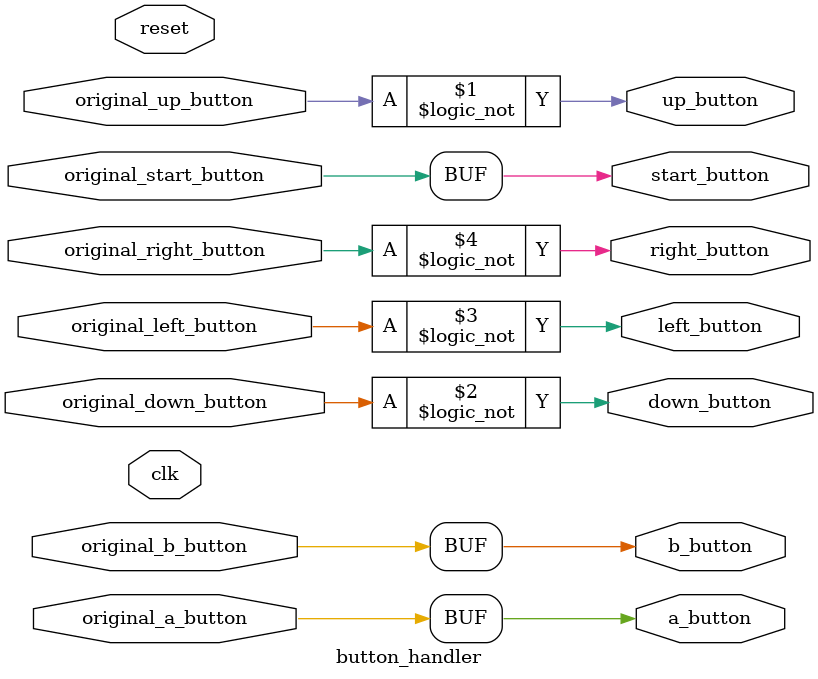
<source format=v>
module button_handler (
    input clk,
    input reset,
    input original_up_button,
    input original_down_button,
    input original_left_button,
    input original_right_button,
    input original_start_button,
    input original_a_button,
    input original_b_button,
    output up_button,
    output down_button,
    output left_button,
    output right_button,
    output start_button,
    output a_button,
    output b_button
);

    assign up_button = !original_up_button;
    assign down_button = !original_down_button;
    assign left_button = !original_left_button;
    assign right_button = !original_right_button;

    assign start_button = original_start_button;
    assign a_button = original_a_button;
    assign b_button = original_b_button;
endmodule
</source>
